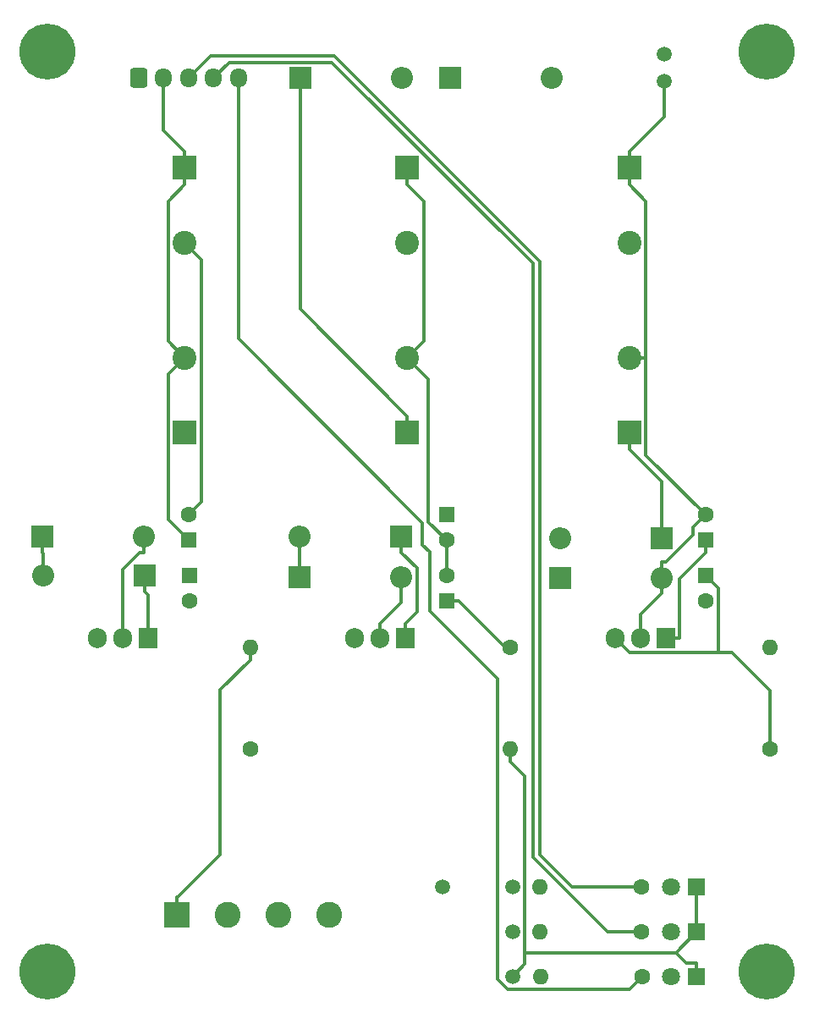
<source format=gbr>
%TF.GenerationSoftware,KiCad,Pcbnew,8.0.3*%
%TF.CreationDate,2024-07-21T22:37:27-04:00*%
%TF.ProjectId,mfos-wall-wart-eurorack-psu,6d666f73-2d77-4616-9c6c-2d776172742d,1.0.0*%
%TF.SameCoordinates,Original*%
%TF.FileFunction,Copper,L1,Top*%
%TF.FilePolarity,Positive*%
%FSLAX46Y46*%
G04 Gerber Fmt 4.6, Leading zero omitted, Abs format (unit mm)*
G04 Created by KiCad (PCBNEW 8.0.3) date 2024-07-21 22:37:27*
%MOMM*%
%LPD*%
G01*
G04 APERTURE LIST*
G04 Aperture macros list*
%AMRoundRect*
0 Rectangle with rounded corners*
0 $1 Rounding radius*
0 $2 $3 $4 $5 $6 $7 $8 $9 X,Y pos of 4 corners*
0 Add a 4 corners polygon primitive as box body*
4,1,4,$2,$3,$4,$5,$6,$7,$8,$9,$2,$3,0*
0 Add four circle primitives for the rounded corners*
1,1,$1+$1,$2,$3*
1,1,$1+$1,$4,$5*
1,1,$1+$1,$6,$7*
1,1,$1+$1,$8,$9*
0 Add four rect primitives between the rounded corners*
20,1,$1+$1,$2,$3,$4,$5,0*
20,1,$1+$1,$4,$5,$6,$7,0*
20,1,$1+$1,$6,$7,$8,$9,0*
20,1,$1+$1,$8,$9,$2,$3,0*%
G04 Aperture macros list end*
%TA.AperFunction,ComponentPad*%
%ADD10R,2.400000X2.400000*%
%TD*%
%TA.AperFunction,ComponentPad*%
%ADD11C,2.400000*%
%TD*%
%TA.AperFunction,ComponentPad*%
%ADD12C,1.600000*%
%TD*%
%TA.AperFunction,ComponentPad*%
%ADD13O,1.600000X1.600000*%
%TD*%
%TA.AperFunction,ComponentPad*%
%ADD14R,2.200000X2.200000*%
%TD*%
%TA.AperFunction,ComponentPad*%
%ADD15O,2.200000X2.200000*%
%TD*%
%TA.AperFunction,ComponentPad*%
%ADD16R,1.600000X1.600000*%
%TD*%
%TA.AperFunction,ComponentPad*%
%ADD17R,1.800000X1.800000*%
%TD*%
%TA.AperFunction,ComponentPad*%
%ADD18C,1.800000*%
%TD*%
%TA.AperFunction,ComponentPad*%
%ADD19R,1.905000X2.000000*%
%TD*%
%TA.AperFunction,ComponentPad*%
%ADD20O,1.905000X2.000000*%
%TD*%
%TA.AperFunction,ComponentPad*%
%ADD21R,2.600000X2.600000*%
%TD*%
%TA.AperFunction,ComponentPad*%
%ADD22C,2.600000*%
%TD*%
%TA.AperFunction,ComponentPad*%
%ADD23C,5.600000*%
%TD*%
%TA.AperFunction,ComponentPad*%
%ADD24RoundRect,0.250000X-0.600000X-0.725000X0.600000X-0.725000X0.600000X0.725000X-0.600000X0.725000X0*%
%TD*%
%TA.AperFunction,ComponentPad*%
%ADD25O,1.700000X1.950000*%
%TD*%
%TA.AperFunction,ComponentPad*%
%ADD26C,1.500000*%
%TD*%
%TA.AperFunction,Conductor*%
%ADD27C,0.300000*%
%TD*%
G04 APERTURE END LIST*
D10*
%TO.P,C4,1*%
%TO.N,GND*%
X143957600Y-64152000D03*
D11*
%TO.P,C4,2*%
%TO.N,Net-(D1-A)*%
X143957600Y-71652000D03*
%TD*%
D12*
%TO.P,R1,1*%
%TO.N,+12V*%
X180250000Y-122252000D03*
D13*
%TO.P,R1,2*%
%TO.N,GND*%
X180250000Y-112092000D03*
%TD*%
D14*
%TO.P,D8,1,K*%
%TO.N,GND*%
X117710000Y-104952000D03*
D15*
%TO.P,D8,2,A*%
%TO.N,-12V*%
X107550000Y-104952000D03*
%TD*%
D16*
%TO.P,C9,1*%
%TO.N,Net-(D2-K)*%
X147890000Y-98849400D03*
D12*
%TO.P,C9,2*%
%TO.N,GND*%
X147890000Y-101349400D03*
%TD*%
D14*
%TO.P,D5,1,K*%
%TO.N,Net-(D2-K)*%
X143370000Y-101054500D03*
D15*
%TO.P,D5,2,A*%
%TO.N,+5V*%
X133210000Y-101054500D03*
%TD*%
D17*
%TO.P,D9,1,K*%
%TO.N,GND*%
X172932700Y-145052000D03*
D18*
%TO.P,D9,2,A*%
%TO.N,Net-(D9-A)*%
X170392700Y-145052000D03*
%TD*%
D10*
%TO.P,C3,1*%
%TO.N,Net-(D2-K)*%
X143957600Y-90629800D03*
D11*
%TO.P,C3,2*%
%TO.N,GND*%
X143957600Y-83129800D03*
%TD*%
D12*
%TO.P,R6,1*%
%TO.N,Net-(D9-A)*%
X167487700Y-145052000D03*
D13*
%TO.P,R6,2*%
%TO.N,-12V*%
X157327700Y-145052000D03*
%TD*%
D19*
%TO.P,U1,1,IN*%
%TO.N,Net-(D2-K)*%
X169814300Y-111177800D03*
D20*
%TO.P,U1,2,GND*%
%TO.N,GND*%
X167274300Y-111177800D03*
%TO.P,U1,3,OUT*%
%TO.N,+12V*%
X164734300Y-111177800D03*
%TD*%
D21*
%TO.P,J2,1,Pin_1*%
%TO.N,-12V*%
X120897600Y-138852000D03*
D22*
%TO.P,J2,2,Pin_2*%
%TO.N,GND*%
X125977600Y-138852000D03*
%TO.P,J2,3,Pin_3*%
%TO.N,+12V*%
X131057600Y-138852000D03*
%TO.P,J2,4,Pin_4*%
%TO.N,+5V*%
X136137600Y-138852000D03*
%TD*%
D10*
%TO.P,C2,1*%
%TO.N,GND*%
X166207600Y-64152000D03*
D11*
%TO.P,C2,2*%
%TO.N,Net-(D1-A)*%
X166207600Y-71652000D03*
%TD*%
D10*
%TO.P,C5,1*%
%TO.N,Net-(D2-K)*%
X166207600Y-90629800D03*
D11*
%TO.P,C5,2*%
%TO.N,GND*%
X166207600Y-83129800D03*
%TD*%
D14*
%TO.P,D4,1,K*%
%TO.N,+12V*%
X159260000Y-105152000D03*
D15*
%TO.P,D4,2,A*%
%TO.N,GND*%
X169420000Y-105152000D03*
%TD*%
D17*
%TO.P,D10,1,K*%
%TO.N,GND*%
X172932700Y-140552000D03*
D18*
%TO.P,D10,2,A*%
%TO.N,Net-(D10-A)*%
X170392700Y-140552000D03*
%TD*%
D16*
%TO.P,C7,1*%
%TO.N,Net-(D2-K)*%
X173840000Y-101357100D03*
D12*
%TO.P,C7,2*%
%TO.N,GND*%
X173840000Y-98857100D03*
%TD*%
%TO.P,R2,1*%
%TO.N,+5V*%
X154250000Y-112092000D03*
D13*
%TO.P,R2,2*%
%TO.N,GND*%
X154250000Y-122252000D03*
%TD*%
D23*
%TO.P,M2,1*%
%TO.N,N/C*%
X179957600Y-52552000D03*
%TD*%
D12*
%TO.P,R4,1*%
%TO.N,Net-(D11-A)*%
X167407700Y-136052000D03*
D13*
%TO.P,R4,2*%
%TO.N,+5V*%
X157247700Y-136052000D03*
%TD*%
D16*
%TO.P,C12,1*%
%TO.N,GND*%
X122190000Y-104946900D03*
D12*
%TO.P,C12,2*%
%TO.N,-12V*%
X122190000Y-107446900D03*
%TD*%
D16*
%TO.P,C11,1*%
%TO.N,GND*%
X122090000Y-101357100D03*
D12*
%TO.P,C11,2*%
%TO.N,Net-(D1-A)*%
X122090000Y-98857100D03*
%TD*%
D16*
%TO.P,C8,1*%
%TO.N,+12V*%
X173840000Y-104946900D03*
D12*
%TO.P,C8,2*%
%TO.N,GND*%
X173840000Y-107446900D03*
%TD*%
D23*
%TO.P,M1,1*%
%TO.N,N/C*%
X107957600Y-52552000D03*
%TD*%
D24*
%TO.P,J1,1,Pin_1*%
%TO.N,Net-(D1-K)*%
X117087600Y-55157900D03*
D25*
%TO.P,J1,2,Pin_2*%
%TO.N,GND*%
X119587600Y-55157900D03*
%TO.P,J1,3,Pin_3*%
%TO.N,Net-(D11-A)*%
X122087600Y-55157900D03*
%TO.P,J1,4,Pin_4*%
%TO.N,Net-(D10-A)*%
X124587600Y-55157900D03*
%TO.P,J1,5,Pin_5*%
%TO.N,Net-(D9-A)*%
X127087600Y-55157900D03*
%TD*%
D26*
%TO.P,TP6,1,1*%
%TO.N,-12V*%
X147532700Y-136052000D03*
%TD*%
D17*
%TO.P,D11,1,K*%
%TO.N,GND*%
X172932700Y-136052000D03*
D18*
%TO.P,D11,2,A*%
%TO.N,Net-(D11-A)*%
X170392700Y-136052000D03*
%TD*%
D23*
%TO.P,M4,1*%
%TO.N,N/C*%
X107957600Y-144552000D03*
%TD*%
D12*
%TO.P,R5,1*%
%TO.N,Net-(D10-A)*%
X167407700Y-140552000D03*
D13*
%TO.P,R5,2*%
%TO.N,+12V*%
X157247700Y-140552000D03*
%TD*%
D26*
%TO.P,TP1,1,1*%
%TO.N,Net-(D1-K)*%
X169657600Y-52752000D03*
%TD*%
D14*
%TO.P,D7,1,K*%
%TO.N,-12V*%
X107410000Y-101052000D03*
D15*
%TO.P,D7,2,A*%
%TO.N,Net-(D1-A)*%
X117570000Y-101052000D03*
%TD*%
D14*
%TO.P,D1,1,K*%
%TO.N,Net-(D1-K)*%
X148250000Y-55152000D03*
D15*
%TO.P,D1,2,A*%
%TO.N,Net-(D1-A)*%
X158410000Y-55152000D03*
%TD*%
D10*
%TO.P,C6,1*%
%TO.N,GND*%
X121707600Y-64152000D03*
D11*
%TO.P,C6,2*%
%TO.N,Net-(D1-A)*%
X121707600Y-71652000D03*
%TD*%
D14*
%TO.P,D3,1,K*%
%TO.N,Net-(D2-K)*%
X169420000Y-101152000D03*
D15*
%TO.P,D3,2,A*%
%TO.N,+12V*%
X159260000Y-101152000D03*
%TD*%
D19*
%TO.P,U3,1,GND*%
%TO.N,GND*%
X118040000Y-111177800D03*
D20*
%TO.P,U3,2,VI*%
%TO.N,Net-(D1-A)*%
X115500000Y-111177800D03*
%TO.P,U3,3,VO*%
%TO.N,-12V*%
X112960000Y-111177800D03*
%TD*%
D14*
%TO.P,D6,1,K*%
%TO.N,+5V*%
X133210000Y-105054500D03*
D15*
%TO.P,D6,2,A*%
%TO.N,GND*%
X143370000Y-105054500D03*
%TD*%
D14*
%TO.P,D2,1,K*%
%TO.N,Net-(D2-K)*%
X133250000Y-55152000D03*
D15*
%TO.P,D2,2,A*%
%TO.N,Net-(D1-K)*%
X143410000Y-55152000D03*
%TD*%
D23*
%TO.P,M3,1*%
%TO.N,N/C*%
X179957600Y-144552000D03*
%TD*%
D26*
%TO.P,TP5,1,1*%
%TO.N,GND*%
X154487700Y-145052000D03*
%TD*%
D10*
%TO.P,C1,1*%
%TO.N,Net-(D2-K)*%
X121707600Y-90629800D03*
D11*
%TO.P,C1,2*%
%TO.N,GND*%
X121707600Y-83129800D03*
%TD*%
D19*
%TO.P,U2,1,IN*%
%TO.N,Net-(D2-K)*%
X143790000Y-111177800D03*
D20*
%TO.P,U2,2,GND*%
%TO.N,GND*%
X141250000Y-111177800D03*
%TO.P,U2,3,OUT*%
%TO.N,+5V*%
X138710000Y-111177800D03*
%TD*%
D26*
%TO.P,TP3,1,1*%
%TO.N,+5V*%
X154487700Y-136052000D03*
%TD*%
D16*
%TO.P,C10,1*%
%TO.N,+5V*%
X147890000Y-107454500D03*
D12*
%TO.P,C10,2*%
%TO.N,GND*%
X147890000Y-104954500D03*
%TD*%
%TO.P,R3,1*%
%TO.N,GND*%
X128250000Y-122252000D03*
D13*
%TO.P,R3,2*%
%TO.N,-12V*%
X128250000Y-112092000D03*
%TD*%
D26*
%TO.P,TP2,1,1*%
%TO.N,GND*%
X169657600Y-55452000D03*
%TD*%
%TO.P,TP4,1,1*%
%TO.N,+12V*%
X154487700Y-140552000D03*
%TD*%
D27*
%TO.N,Net-(D2-K)*%
X133250000Y-78270500D02*
X133250000Y-55152000D01*
X166207600Y-92281500D02*
X169420000Y-95493900D01*
X144921700Y-108594400D02*
X143790000Y-109726100D01*
X143790000Y-111177800D02*
X143790000Y-109726100D01*
X171218500Y-105230300D02*
X173840000Y-102608800D01*
X143370000Y-102606200D02*
X144921700Y-104157900D01*
X143370000Y-101054500D02*
X143370000Y-102606200D01*
X169420000Y-95493900D02*
X169420000Y-101152000D01*
X144921700Y-104157900D02*
X144921700Y-108594400D01*
X169814300Y-111177800D02*
X171218500Y-111177800D01*
X171218500Y-111177800D02*
X171218500Y-105230300D01*
X173840000Y-101357100D02*
X173840000Y-102608800D01*
X166207600Y-90629800D02*
X166207600Y-92281500D01*
X143957600Y-90629800D02*
X143957600Y-88978100D01*
X143957600Y-88978100D02*
X133250000Y-78270500D01*
%TO.N,GND*%
X119587600Y-55157900D02*
X119587600Y-60380300D01*
X120055900Y-84781500D02*
X121707600Y-83129800D01*
X169420000Y-105152000D02*
X169420000Y-103600300D01*
X146089000Y-99548400D02*
X146089000Y-85261200D01*
X155748400Y-142646600D02*
X155748400Y-143791300D01*
X118040000Y-106833700D02*
X117710000Y-106503700D01*
X120055900Y-81478100D02*
X120055900Y-67455400D01*
X143370000Y-107606100D02*
X143370000Y-106606200D01*
X172588300Y-100833800D02*
X169821800Y-103600300D01*
X147890000Y-101349400D02*
X146089000Y-99548400D01*
X141250000Y-111177800D02*
X141250000Y-109726100D01*
X170838100Y-142646600D02*
X172932700Y-140552000D01*
X169657600Y-55452000D02*
X169657600Y-59050300D01*
X145609300Y-67455400D02*
X143957600Y-65803700D01*
X154250000Y-123503700D02*
X155748400Y-125002100D01*
X166207600Y-65803700D02*
X167859300Y-67455400D01*
X121707600Y-64152000D02*
X121707600Y-65803700D01*
X166207600Y-64152000D02*
X166207600Y-65803700D01*
X167859300Y-83129800D02*
X167859300Y-92876400D01*
X121707600Y-64152000D02*
X121707600Y-62500300D01*
X169821800Y-103600300D02*
X169420000Y-103600300D01*
X167274300Y-111177800D02*
X167274300Y-108849400D01*
X167859300Y-92876400D02*
X173840000Y-98857100D01*
X155748400Y-125002100D02*
X155748400Y-142646600D01*
X143957600Y-64152000D02*
X143957600Y-65803700D01*
X167274300Y-108849400D02*
X169420000Y-106703700D01*
X117710000Y-104952000D02*
X117710000Y-106503700D01*
X155748400Y-143791300D02*
X154487700Y-145052000D01*
X120055900Y-99323000D02*
X120055900Y-84781500D01*
X122090000Y-101357100D02*
X120055900Y-99323000D01*
X169420000Y-105152000D02*
X169420000Y-106703700D01*
X173840000Y-98857100D02*
X172588300Y-100108800D01*
X120055900Y-67455400D02*
X121707600Y-65803700D01*
X167859300Y-67455400D02*
X167859300Y-83129800D01*
X146089000Y-85261200D02*
X143957600Y-83129800D01*
X169657600Y-59050300D02*
X166207600Y-62500300D01*
X155748400Y-142646600D02*
X170838100Y-142646600D01*
X141250000Y-109726100D02*
X143370000Y-107606100D01*
X172932700Y-145052000D02*
X172932700Y-143700300D01*
X166207600Y-64152000D02*
X166207600Y-62500300D01*
X172932700Y-136052000D02*
X172932700Y-140552000D01*
X172588300Y-100108800D02*
X172588300Y-100833800D01*
X118040000Y-111177800D02*
X118040000Y-106833700D01*
X143957600Y-83129800D02*
X145609300Y-81478100D01*
X170838100Y-142646600D02*
X171891800Y-143700300D01*
X119587600Y-60380300D02*
X121707600Y-62500300D01*
X121707600Y-83129800D02*
X120055900Y-81478100D01*
X145609300Y-81478100D02*
X145609300Y-67455400D01*
X171891800Y-143700300D02*
X172932700Y-143700300D01*
X143370000Y-105054500D02*
X143370000Y-106606200D01*
X166207600Y-83129800D02*
X167859300Y-83129800D01*
X147890000Y-104954500D02*
X147890000Y-101349400D01*
X154250000Y-122252000D02*
X154250000Y-123503700D01*
%TO.N,Net-(D1-A)*%
X123359900Y-97587200D02*
X122090000Y-98857100D01*
X121707600Y-71652000D02*
X123359900Y-73304300D01*
X117570000Y-102603700D02*
X117182100Y-102603700D01*
X115500000Y-104285800D02*
X115500000Y-111177800D01*
X123359900Y-73304300D02*
X123359900Y-97587200D01*
X117182100Y-102603700D02*
X115500000Y-104285800D01*
X117570000Y-101052000D02*
X117570000Y-102603700D01*
%TO.N,+12V*%
X176415500Y-112629500D02*
X180250000Y-116464000D01*
X175112600Y-112629500D02*
X176415500Y-112629500D01*
X175112600Y-106219500D02*
X173840000Y-104946900D01*
X164734300Y-111177800D02*
X166186000Y-112629500D01*
X166186000Y-112629500D02*
X175112600Y-112629500D01*
X175112600Y-112629500D02*
X175112600Y-106219500D01*
X180250000Y-116464000D02*
X180250000Y-122252000D01*
%TO.N,+5V*%
X153779200Y-112092000D02*
X149141700Y-107454500D01*
X147890000Y-107454500D02*
X149141700Y-107454500D01*
X154250000Y-112092000D02*
X153779200Y-112092000D01*
X133210000Y-105054500D02*
X133210000Y-101054500D01*
%TO.N,-12V*%
X120897600Y-138852000D02*
X120897600Y-137100300D01*
X128250000Y-112092000D02*
X128250000Y-113343700D01*
X107410000Y-102603700D02*
X107550000Y-102743700D01*
X121007100Y-137100300D02*
X125216100Y-132891300D01*
X125216100Y-116377600D02*
X128250000Y-113343700D01*
X107550000Y-102743700D02*
X107550000Y-104952000D01*
X120897600Y-137100300D02*
X121007100Y-137100300D01*
X125216100Y-132891300D02*
X125216100Y-116377600D01*
X107410000Y-101052000D02*
X107410000Y-102603700D01*
%TO.N,Net-(D9-A)*%
X146235800Y-108495200D02*
X146235800Y-102583400D01*
X146235800Y-102583400D02*
X145487300Y-101834900D01*
X145487300Y-99628500D02*
X127087600Y-81228800D01*
X127087600Y-81228800D02*
X127087600Y-55157900D01*
X152970700Y-115230100D02*
X146235800Y-108495200D01*
X154009600Y-146325200D02*
X152970700Y-145286300D01*
X145487300Y-101834900D02*
X145487300Y-99628500D01*
X167487700Y-145052000D02*
X166214500Y-146325200D01*
X166214500Y-146325200D02*
X154009600Y-146325200D01*
X152970700Y-145286300D02*
X152970700Y-115230100D01*
%TO.N,Net-(D10-A)*%
X167407700Y-140552000D02*
X164025700Y-140552000D01*
X126146400Y-53599100D02*
X124587600Y-55157900D01*
X164025700Y-140552000D02*
X156562900Y-133089200D01*
X136443500Y-53599100D02*
X126146400Y-53599100D01*
X156562900Y-73718500D02*
X136443500Y-53599100D01*
X156562900Y-133089200D02*
X156562900Y-73718500D01*
%TO.N,Net-(D11-A)*%
X167407700Y-136052000D02*
X160447100Y-136052000D01*
X160447100Y-136052000D02*
X157258000Y-132862900D01*
X157258000Y-73536300D02*
X136685100Y-52963400D01*
X136685100Y-52963400D02*
X124282100Y-52963400D01*
X124282100Y-52963400D02*
X122087600Y-55157900D01*
X157258000Y-132862900D02*
X157258000Y-73536300D01*
%TD*%
M02*

</source>
